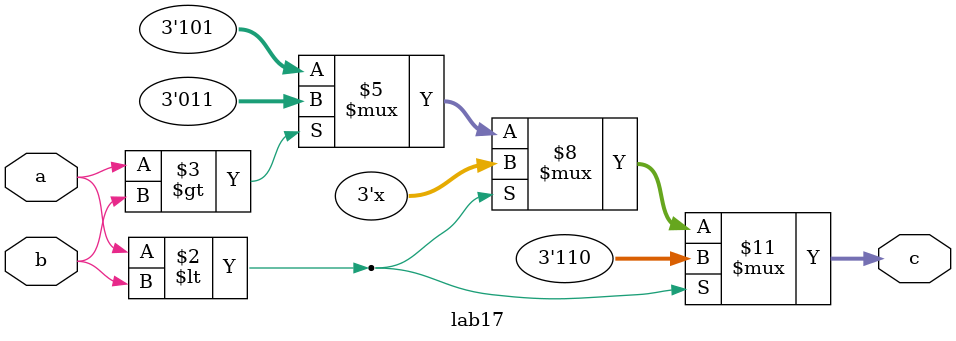
<source format=v>
module lab17
    (
      input wire a,           
      input wire b,
      output reg [2:0] c     
      
    );
	 
   always @(*) begin
	if(a<b) begin
	c = 3'b110;
	end
	else if (a>b) begin
	c = 3'b011;
	end
	else begin
	c = 3'b101;
	end

	
end
endmodule
</source>
